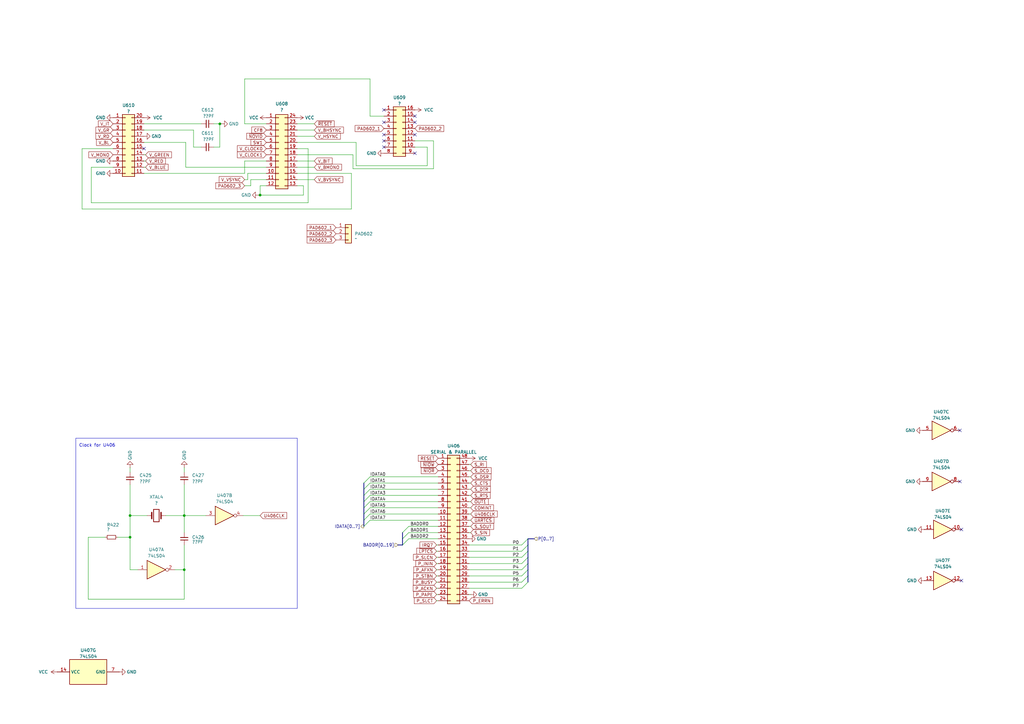
<source format=kicad_sch>
(kicad_sch (version 20231120) (generator "eeschema") (generator_version "8.0")
  (paper "A3")
  (lib_symbols
    (symbol "74xx:74LS04"
      (property "Reference" "U" (at 0 1.27 0))
      (property "Value" "74LS04" (at 0 -1.27 0))
      (symbol "74LS04_1_0"
        (polyline (pts (xy -3.81 3.81) (xy -3.81 -3.81) (xy 3.81 0) (xy -3.81 3.81)) (stroke (width 0.254)) (fill (type background)))
        (pin input line (at -7.62 0 0) (length 3.81) (name "~") (number "1"))
        (pin output inverted (at 7.62 0 180) (length 3.81) (name "~") (number "2"))
      )
      (symbol "74LS04_2_0"
        (polyline (pts (xy -3.81 3.81) (xy -3.81 -3.81) (xy 3.81 0) (xy -3.81 3.81)) (stroke (width 0.254)) (fill (type background)))
        (pin input line (at -7.62 0 0) (length 3.81) (name "~") (number "3"))
        (pin output inverted (at 7.62 0 180) (length 3.81) (name "~") (number "4"))
      )
      (symbol "74LS04_3_0"
        (polyline (pts (xy -3.81 3.81) (xy -3.81 -3.81) (xy 3.81 0) (xy -3.81 3.81)) (stroke (width 0.254)) (fill (type background)))
        (pin input line (at -7.62 0 0) (length 3.81) (name "~") (number "5"))
        (pin output inverted (at 7.62 0 180) (length 3.81) (name "~") (number "6"))
      )
      (symbol "74LS04_4_0"
        (polyline (pts (xy -3.81 3.81) (xy -3.81 -3.81) (xy 3.81 0) (xy -3.81 3.81)) (stroke (width 0.254)) (fill (type background)))
        (pin output inverted (at 7.62 0 180) (length 3.81) (name "~") (number "8"))
        (pin input line (at -7.62 0 0) (length 3.81) (name "~") (number "9"))
      )
      (symbol "74LS04_5_0"
        (polyline (pts (xy -3.81 3.81) (xy -3.81 -3.81) (xy 3.81 0) (xy -3.81 3.81)) (stroke (width 0.254)) (fill (type background)))
        (pin output inverted (at 7.62 0 180) (length 3.81) (name "~") (number "10"))
        (pin input line (at -7.62 0 0) (length 3.81) (name "~") (number "11"))
      )
      (symbol "74LS04_6_0"
        (polyline (pts (xy -3.81 3.81) (xy -3.81 -3.81) (xy 3.81 0) (xy -3.81 3.81)) (stroke (width 0.254)) (fill (type background)))
        (pin output inverted (at 7.62 0 180) (length 3.81) (name "~") (number "12"))
        (pin input line (at -7.62 0 0) (length 3.81) (name "~") (number "13"))
      )
      (symbol "74LS04_7_0"
        (pin power_in line (at 0 12.7 270) (length 5.08) (name "VCC") (number "14"))
        (pin power_in line (at 0 -12.7 90) (length 5.08) (name "GND") (number "7"))
      )
      (symbol "74LS04_7_1"
        (rectangle (start -5.08 7.62) (end 5.08 -7.62) (stroke (width 0.254)) (fill (type background)))
      )
    )
    (symbol "Connector_Generic:Conn_01x03" (pin_names (offset 1.016) hide)
      (property "Reference" "J" (at 0 5.08 0))
      (property "Value" "Conn_01x03" (at 0 -5.08 0))
      (symbol "Conn_01x03_1_1"
        (rectangle (start -1.27 -2.413) (end 0 -2.667) (stroke (width 0.1524)))
        (rectangle (start -1.27 0.127) (end 0 -0.127) (stroke (width 0.1524)))
        (rectangle (start -1.27 2.667) (end 0 2.413) (stroke (width 0.1524)))
        (rectangle (start -1.27 3.81) (end 1.27 -3.81) (stroke (width 0.254)) (fill (type background)))
        (pin passive line (at -5.08 2.54 0) (length 3.81) (name "Pin_1") (number "1"))
        (pin passive line (at -5.08 0 0) (length 3.81) (name "Pin_2") (number "2"))
        (pin passive line (at -5.08 -2.54 0) (length 3.81) (name "Pin_3") (number "3"))
      )
    )
    (symbol "Connector_Generic:Conn_02x08_Counter_Clockwise" (pin_names (offset 1.016) hide)
      (property "Reference" "J" (at 1.27 10.16 0))
      (property "Value" "Conn_02x08_Counter_Clockwise" (at 1.27 -12.7 0))
      (symbol "Conn_02x08_Counter_Clockwise_1_1"
        (rectangle (start -1.27 -10.033) (end 0 -10.287) (stroke (width 0.1524)))
        (rectangle (start -1.27 -7.493) (end 0 -7.747) (stroke (width 0.1524)))
        (rectangle (start -1.27 -4.953) (end 0 -5.207) (stroke (width 0.1524)))
        (rectangle (start -1.27 -2.413) (end 0 -2.667) (stroke (width 0.1524)))
        (rectangle (start -1.27 0.127) (end 0 -0.127) (stroke (width 0.1524)))
        (rectangle (start -1.27 2.667) (end 0 2.413) (stroke (width 0.1524)))
        (rectangle (start -1.27 5.207) (end 0 4.953) (stroke (width 0.1524)))
        (rectangle (start -1.27 7.747) (end 0 7.493) (stroke (width 0.1524)))
        (rectangle (start -1.27 8.89) (end 3.81 -11.43) (stroke (width 0.254)) (fill (type background)))
        (rectangle (start 3.81 -10.033) (end 2.54 -10.287) (stroke (width 0.1524)))
        (rectangle (start 3.81 -7.493) (end 2.54 -7.747) (stroke (width 0.1524)))
        (rectangle (start 3.81 -4.953) (end 2.54 -5.207) (stroke (width 0.1524)))
        (rectangle (start 3.81 -2.413) (end 2.54 -2.667) (stroke (width 0.1524)))
        (rectangle (start 3.81 0.127) (end 2.54 -0.127) (stroke (width 0.1524)))
        (rectangle (start 3.81 2.667) (end 2.54 2.413) (stroke (width 0.1524)))
        (rectangle (start 3.81 5.207) (end 2.54 4.953) (stroke (width 0.1524)))
        (rectangle (start 3.81 7.747) (end 2.54 7.493) (stroke (width 0.1524)))
        (pin passive line (at -5.08 7.62 0) (length 3.81) (name "Pin_1") (number "1"))
        (pin passive line (at 7.62 -7.62 180) (length 3.81) (name "Pin_10") (number "10"))
        (pin passive line (at 7.62 -5.08 180) (length 3.81) (name "Pin_11") (number "11"))
        (pin passive line (at 7.62 -2.54 180) (length 3.81) (name "Pin_12") (number "12"))
        (pin passive line (at 7.62 0 180) (length 3.81) (name "Pin_13") (number "13"))
        (pin passive line (at 7.62 2.54 180) (length 3.81) (name "Pin_14") (number "14"))
        (pin passive line (at 7.62 5.08 180) (length 3.81) (name "Pin_15") (number "15"))
        (pin passive line (at 7.62 7.62 180) (length 3.81) (name "Pin_16") (number "16"))
        (pin passive line (at -5.08 5.08 0) (length 3.81) (name "Pin_2") (number "2"))
        (pin passive line (at -5.08 2.54 0) (length 3.81) (name "Pin_3") (number "3"))
        (pin passive line (at -5.08 0 0) (length 3.81) (name "Pin_4") (number "4"))
        (pin passive line (at -5.08 -2.54 0) (length 3.81) (name "Pin_5") (number "5"))
        (pin passive line (at -5.08 -5.08 0) (length 3.81) (name "Pin_6") (number "6"))
        (pin passive line (at -5.08 -7.62 0) (length 3.81) (name "Pin_7") (number "7"))
        (pin passive line (at -5.08 -10.16 0) (length 3.81) (name "Pin_8") (number "8"))
        (pin passive line (at 7.62 -10.16 180) (length 3.81) (name "Pin_9") (number "9"))
      )
    )
    (symbol "Connector_Generic:Conn_02x10_Counter_Clockwise" (pin_names (offset 1.016) hide)
      (property "Reference" "J" (at 1.27 12.7 0))
      (property "Value" "Conn_02x10_Counter_Clockwise" (at 1.27 -15.24 0))
      (symbol "Conn_02x10_Counter_Clockwise_1_1"
        (rectangle (start -1.27 -12.573) (end 0 -12.827) (stroke (width 0.1524)))
        (rectangle (start -1.27 -10.033) (end 0 -10.287) (stroke (width 0.1524)))
        (rectangle (start -1.27 -7.493) (end 0 -7.747) (stroke (width 0.1524)))
        (rectangle (start -1.27 -4.953) (end 0 -5.207) (stroke (width 0.1524)))
        (rectangle (start -1.27 -2.413) (end 0 -2.667) (stroke (width 0.1524)))
        (rectangle (start -1.27 0.127) (end 0 -0.127) (stroke (width 0.1524)))
        (rectangle (start -1.27 2.667) (end 0 2.413) (stroke (width 0.1524)))
        (rectangle (start -1.27 5.207) (end 0 4.953) (stroke (width 0.1524)))
        (rectangle (start -1.27 7.747) (end 0 7.493) (stroke (width 0.1524)))
        (rectangle (start -1.27 10.287) (end 0 10.033) (stroke (width 0.1524)))
        (rectangle (start -1.27 11.43) (end 3.81 -13.97) (stroke (width 0.254)) (fill (type background)))
        (rectangle (start 3.81 -12.573) (end 2.54 -12.827) (stroke (width 0.1524)))
        (rectangle (start 3.81 -10.033) (end 2.54 -10.287) (stroke (width 0.1524)))
        (rectangle (start 3.81 -7.493) (end 2.54 -7.747) (stroke (width 0.1524)))
        (rectangle (start 3.81 -4.953) (end 2.54 -5.207) (stroke (width 0.1524)))
        (rectangle (start 3.81 -2.413) (end 2.54 -2.667) (stroke (width 0.1524)))
        (rectangle (start 3.81 0.127) (end 2.54 -0.127) (stroke (width 0.1524)))
        (rectangle (start 3.81 2.667) (end 2.54 2.413) (stroke (width 0.1524)))
        (rectangle (start 3.81 5.207) (end 2.54 4.953) (stroke (width 0.1524)))
        (rectangle (start 3.81 7.747) (end 2.54 7.493) (stroke (width 0.1524)))
        (rectangle (start 3.81 10.287) (end 2.54 10.033) (stroke (width 0.1524)))
        (pin passive line (at -5.08 10.16 0) (length 3.81) (name "Pin_1") (number "1"))
        (pin passive line (at -5.08 -12.7 0) (length 3.81) (name "Pin_10") (number "10"))
        (pin passive line (at 7.62 -12.7 180) (length 3.81) (name "Pin_11") (number "11"))
        (pin passive line (at 7.62 -10.16 180) (length 3.81) (name "Pin_12") (number "12"))
        (pin passive line (at 7.62 -7.62 180) (length 3.81) (name "Pin_13") (number "13"))
        (pin passive line (at 7.62 -5.08 180) (length 3.81) (name "Pin_14") (number "14"))
        (pin passive line (at 7.62 -2.54 180) (length 3.81) (name "Pin_15") (number "15"))
        (pin passive line (at 7.62 0 180) (length 3.81) (name "Pin_16") (number "16"))
        (pin passive line (at 7.62 2.54 180) (length 3.81) (name "Pin_17") (number "17"))
        (pin passive line (at 7.62 5.08 180) (length 3.81) (name "Pin_18") (number "18"))
        (pin passive line (at 7.62 7.62 180) (length 3.81) (name "Pin_19") (number "19"))
        (pin passive line (at -5.08 7.62 0) (length 3.81) (name "Pin_2") (number "2"))
        (pin passive line (at 7.62 10.16 180) (length 3.81) (name "Pin_20") (number "20"))
        (pin passive line (at -5.08 5.08 0) (length 3.81) (name "Pin_3") (number "3"))
        (pin passive line (at -5.08 2.54 0) (length 3.81) (name "Pin_4") (number "4"))
        (pin passive line (at -5.08 0 0) (length 3.81) (name "Pin_5") (number "5"))
        (pin passive line (at -5.08 -2.54 0) (length 3.81) (name "Pin_6") (number "6"))
        (pin passive line (at -5.08 -5.08 0) (length 3.81) (name "Pin_7") (number "7"))
        (pin passive line (at -5.08 -7.62 0) (length 3.81) (name "Pin_8") (number "8"))
        (pin passive line (at -5.08 -10.16 0) (length 3.81) (name "Pin_9") (number "9"))
      )
    )
    (symbol "Connector_Generic:Conn_02x12_Counter_Clockwise" (pin_names (offset 1.016) hide)
      (property "Reference" "J" (at 1.27 15.24 0))
      (property "Value" "Conn_02x12_Counter_Clockwise" (at 1.27 -17.78 0))
      (symbol "Conn_02x12_Counter_Clockwise_1_1"
        (rectangle (start -1.27 -15.113) (end 0 -15.367) (stroke (width 0.1524)))
        (rectangle (start -1.27 -12.573) (end 0 -12.827) (stroke (width 0.1524)))
        (rectangle (start -1.27 -10.033) (end 0 -10.287) (stroke (width 0.1524)))
        (rectangle (start -1.27 -7.493) (end 0 -7.747) (stroke (width 0.1524)))
        (rectangle (start -1.27 -4.953) (end 0 -5.207) (stroke (width 0.1524)))
        (rectangle (start -1.27 -2.413) (end 0 -2.667) (stroke (width 0.1524)))
        (rectangle (start -1.27 0.127) (end 0 -0.127) (stroke (width 0.1524)))
        (rectangle (start -1.27 2.667) (end 0 2.413) (stroke (width 0.1524)))
        (rectangle (start -1.27 5.207) (end 0 4.953) (stroke (width 0.1524)))
        (rectangle (start -1.27 7.747) (end 0 7.493) (stroke (width 0.1524)))
        (rectangle (start -1.27 10.287) (end 0 10.033) (stroke (width 0.1524)))
        (rectangle (start -1.27 12.827) (end 0 12.573) (stroke (width 0.1524)))
        (rectangle (start -1.27 13.97) (end 3.81 -16.51) (stroke (width 0.254)) (fill (type background)))
        (rectangle (start 3.81 -15.113) (end 2.54 -15.367) (stroke (width 0.1524)))
        (rectangle (start 3.81 -12.573) (end 2.54 -12.827) (stroke (width 0.1524)))
        (rectangle (start 3.81 -10.033) (end 2.54 -10.287) (stroke (width 0.1524)))
        (rectangle (start 3.81 -7.493) (end 2.54 -7.747) (stroke (width 0.1524)))
        (rectangle (start 3.81 -4.953) (end 2.54 -5.207) (stroke (width 0.1524)))
        (rectangle (start 3.81 -2.413) (end 2.54 -2.667) (stroke (width 0.1524)))
        (rectangle (start 3.81 0.127) (end 2.54 -0.127) (stroke (width 0.1524)))
        (rectangle (start 3.81 2.667) (end 2.54 2.413) (stroke (width 0.1524)))
        (rectangle (start 3.81 5.207) (end 2.54 4.953) (stroke (width 0.1524)))
        (rectangle (start 3.81 7.747) (end 2.54 7.493) (stroke (width 0.1524)))
        (rectangle (start 3.81 10.287) (end 2.54 10.033) (stroke (width 0.1524)))
        (rectangle (start 3.81 12.827) (end 2.54 12.573) (stroke (width 0.1524)))
        (pin passive line (at -5.08 12.7 0) (length 3.81) (name "Pin_1") (number "1"))
        (pin passive line (at -5.08 -10.16 0) (length 3.81) (name "Pin_10") (number "10"))
        (pin passive line (at -5.08 -12.7 0) (length 3.81) (name "Pin_11") (number "11"))
        (pin passive line (at -5.08 -15.24 0) (length 3.81) (name "Pin_12") (number "12"))
        (pin passive line (at 7.62 -15.24 180) (length 3.81) (name "Pin_13") (number "13"))
        (pin passive line (at 7.62 -12.7 180) (length 3.81) (name "Pin_14") (number "14"))
        (pin passive line (at 7.62 -10.16 180) (length 3.81) (name "Pin_15") (number "15"))
        (pin passive line (at 7.62 -7.62 180) (length 3.81) (name "Pin_16") (number "16"))
        (pin passive line (at 7.62 -5.08 180) (length 3.81) (name "Pin_17") (number "17"))
        (pin passive line (at 7.62 -2.54 180) (length 3.81) (name "Pin_18") (number "18"))
        (pin passive line (at 7.62 0 180) (length 3.81) (name "Pin_19") (number "19"))
        (pin passive line (at -5.08 10.16 0) (length 3.81) (name "Pin_2") (number "2"))
        (pin passive line (at 7.62 2.54 180) (length 3.81) (name "Pin_20") (number "20"))
        (pin passive line (at 7.62 5.08 180) (length 3.81) (name "Pin_21") (number "21"))
        (pin passive line (at 7.62 7.62 180) (length 3.81) (name "Pin_22") (number "22"))
        (pin passive line (at 7.62 10.16 180) (length 3.81) (name "Pin_23") (number "23"))
        (pin passive line (at 7.62 12.7 180) (length 3.81) (name "Pin_24") (number "24"))
        (pin passive line (at -5.08 7.62 0) (length 3.81) (name "Pin_3") (number "3"))
        (pin passive line (at -5.08 5.08 0) (length 3.81) (name "Pin_4") (number "4"))
        (pin passive line (at -5.08 2.54 0) (length 3.81) (name "Pin_5") (number "5"))
        (pin passive line (at -5.08 0 0) (length 3.81) (name "Pin_6") (number "6"))
        (pin passive line (at -5.08 -2.54 0) (length 3.81) (name "Pin_7") (number "7"))
        (pin passive line (at -5.08 -5.08 0) (length 3.81) (name "Pin_8") (number "8"))
        (pin passive line (at -5.08 -7.62 0) (length 3.81) (name "Pin_9") (number "9"))
      )
    )
    (symbol "Connector_Generic:Conn_02x24_Counter_Clockwise" (pin_names (offset 1.016) hide)
      (property "Reference" "J" (at 1.27 30.48 0))
      (property "Value" "Conn_02x24_Counter_Clockwise" (at 1.27 -33.02 0))
      (symbol "Conn_02x24_Counter_Clockwise_1_1"
        (rectangle (start -1.27 -30.353) (end 0 -30.607) (stroke (width 0.1524)))
        (rectangle (start -1.27 -27.813) (end 0 -28.067) (stroke (width 0.1524)))
        (rectangle (start -1.27 -25.273) (end 0 -25.527) (stroke (width 0.1524)))
        (rectangle (start -1.27 -22.733) (end 0 -22.987) (stroke (width 0.1524)))
        (rectangle (start -1.27 -20.193) (end 0 -20.447) (stroke (width 0.1524)))
        (rectangle (start -1.27 -17.653) (end 0 -17.907) (stroke (width 0.1524)))
        (rectangle (start -1.27 -15.113) (end 0 -15.367) (stroke (width 0.1524)))
        (rectangle (start -1.27 -12.573) (end 0 -12.827) (stroke (width 0.1524)))
        (rectangle (start -1.27 -10.033) (end 0 -10.287) (stroke (width 0.1524)))
        (rectangle (start -1.27 -7.493) (end 0 -7.747) (stroke (width 0.1524)))
        (rectangle (start -1.27 -4.953) (end 0 -5.207) (stroke (width 0.1524)))
        (rectangle (start -1.27 -2.413) (end 0 -2.667) (stroke (width 0.1524)))
        (rectangle (start -1.27 0.127) (end 0 -0.127) (stroke (width 0.1524)))
        (rectangle (start -1.27 2.667) (end 0 2.413) (stroke (width 0.1524)))
        (rectangle (start -1.27 5.207) (end 0 4.953) (stroke (width 0.1524)))
        (rectangle (start -1.27 7.747) (end 0 7.493) (stroke (width 0.1524)))
        (rectangle (start -1.27 10.287) (end 0 10.033) (stroke (width 0.1524)))
        (rectangle (start -1.27 12.827) (end 0 12.573) (stroke (width 0.1524)))
        (rectangle (start -1.27 15.367) (end 0 15.113) (stroke (width 0.1524)))
        (rectangle (start -1.27 17.907) (end 0 17.653) (stroke (width 0.1524)))
        (rectangle (start -1.27 20.447) (end 0 20.193) (stroke (width 0.1524)))
        (rectangle (start -1.27 22.987) (end 0 22.733) (stroke (width 0.1524)))
        (rectangle (start -1.27 25.527) (end 0 25.273) (stroke (width 0.1524)))
        (rectangle (start -1.27 28.067) (end 0 27.813) (stroke (width 0.1524)))
        (rectangle (start -1.27 29.21) (end 3.81 -31.75) (stroke (width 0.254)) (fill (type background)))
        (rectangle (start 3.81 -30.353) (end 2.54 -30.607) (stroke (width 0.1524)))
        (rectangle (start 3.81 -27.813) (end 2.54 -28.067) (stroke (width 0.1524)))
        (rectangle (start 3.81 -25.273) (end 2.54 -25.527) (stroke (width 0.1524)))
        (rectangle (start 3.81 -22.733) (end 2.54 -22.987) (stroke (width 0.1524)))
        (rectangle (start 3.81 -20.193) (end 2.54 -20.447) (stroke (width 0.1524)))
        (rectangle (start 3.81 -17.653) (end 2.54 -17.907) (stroke (width 0.1524)))
        (rectangle (start 3.81 -15.113) (end 2.54 -15.367) (stroke (width 0.1524)))
        (rectangle (start 3.81 -12.573) (end 2.54 -12.827) (stroke (width 0.1524)))
        (rectangle (start 3.81 -10.033) (end 2.54 -10.287) (stroke (width 0.1524)))
        (rectangle (start 3.81 -7.493) (end 2.54 -7.747) (stroke (width 0.1524)))
        (rectangle (start 3.81 -4.953) (end 2.54 -5.207) (stroke (width 0.1524)))
        (rectangle (start 3.81 -2.413) (end 2.54 -2.667) (stroke (width 0.1524)))
        (rectangle (start 3.81 0.127) (end 2.54 -0.127) (stroke (width 0.1524)))
        (rectangle (start 3.81 2.667) (end 2.54 2.413) (stroke (width 0.1524)))
        (rectangle (start 3.81 5.207) (end 2.54 4.953) (stroke (width 0.1524)))
        (rectangle (start 3.81 7.747) (end 2.54 7.493) (stroke (width 0.1524)))
        (rectangle (start 3.81 10.287) (end 2.54 10.033) (stroke (width 0.1524)))
        (rectangle (start 3.81 12.827) (end 2.54 12.573) (stroke (width 0.1524)))
        (rectangle (start 3.81 15.367) (end 2.54 15.113) (stroke (width 0.1524)))
        (rectangle (start 3.81 17.907) (end 2.54 17.653) (stroke (width 0.1524)))
        (rectangle (start 3.81 20.447) (end 2.54 20.193) (stroke (width 0.1524)))
        (rectangle (start 3.81 22.987) (end 2.54 22.733) (stroke (width 0.1524)))
        (rectangle (start 3.81 25.527) (end 2.54 25.273) (stroke (width 0.1524)))
        (rectangle (start 3.81 28.067) (end 2.54 27.813) (stroke (width 0.1524)))
        (pin passive line (at -5.08 27.94 0) (length 3.81) (name "Pin_1") (number "1"))
        (pin passive line (at -5.08 5.08 0) (length 3.81) (name "Pin_10") (number "10"))
        (pin passive line (at -5.08 2.54 0) (length 3.81) (name "Pin_11") (number "11"))
        (pin passive line (at -5.08 0 0) (length 3.81) (name "Pin_12") (number "12"))
        (pin passive line (at -5.08 -2.54 0) (length 3.81) (name "Pin_13") (number "13"))
        (pin passive line (at -5.08 -5.08 0) (length 3.81) (name "Pin_14") (number "14"))
        (pin passive line (at -5.08 -7.62 0) (length 3.81) (name "Pin_15") (number "15"))
        (pin passive line (at -5.08 -10.16 0) (length 3.81) (name "Pin_16") (number "16"))
        (pin passive line (at -5.08 -12.7 0) (length 3.81) (name "Pin_17") (number "17"))
        (pin passive line (at -5.08 -15.24 0) (length 3.81) (name "Pin_18") (number "18"))
        (pin passive line (at -5.08 -17.78 0) (length 3.81) (name "Pin_19") (number "19"))
        (pin passive line (at -5.08 25.4 0) (length 3.81) (name "Pin_2") (number "2"))
        (pin passive line (at -5.08 -20.32 0) (length 3.81) (name "Pin_20") (number "20"))
        (pin passive line (at -5.08 -22.86 0) (length 3.81) (name "Pin_21") (number "21"))
        (pin passive line (at -5.08 -25.4 0) (length 3.81) (name "Pin_22") (number "22"))
        (pin passive line (at -5.08 -27.94 0) (length 3.81) (name "Pin_23") (number "23"))
        (pin passive line (at -5.08 -30.48 0) (length 3.81) (name "Pin_24") (number "24"))
        (pin passive line (at 7.62 -30.48 180) (length 3.81) (name "Pin_25") (number "25"))
        (pin passive line (at 7.62 -27.94 180) (length 3.81) (name "Pin_26") (number "26"))
        (pin passive line (at 7.62 -25.4 180) (length 3.81) (name "Pin_27") (number "27"))
        (pin passive line (at 7.62 -22.86 180) (length 3.81) (name "Pin_28") (number "28"))
        (pin passive line (at 7.62 -20.32 180) (length 3.81) (name "Pin_29") (number "29"))
        (pin passive line (at -5.08 22.86 0) (length 3.81) (name "Pin_3") (number "3"))
        (pin passive line (at 7.62 -17.78 180) (length 3.81) (name "Pin_30") (number "30"))
        (pin passive line (at 7.62 -15.24 180) (length 3.81) (name "Pin_31") (number "31"))
        (pin passive line (at 7.62 -12.7 180) (length 3.81) (name "Pin_32") (number "32"))
        (pin passive line (at 7.62 -10.16 180) (length 3.81) (name "Pin_33") (number "33"))
        (pin passive line (at 7.62 -7.62 180) (length 3.81) (name "Pin_34") (number "34"))
        (pin passive line (at 7.62 -5.08 180) (length 3.81) (name "Pin_35") (number "35"))
        (pin passive line (at 7.62 -2.54 180) (length 3.81) (name "Pin_36") (number "36"))
        (pin passive line (at 7.62 0 180) (length 3.81) (name "Pin_37") (number "37"))
        (pin passive line (at 7.62 2.54 180) (length 3.81) (name "Pin_38") (number "38"))
        (pin passive line (at 7.62 5.08 180) (length 3.81) (name "Pin_39") (number "39"))
        (pin passive line (at -5.08 20.32 0) (length 3.81) (name "Pin_4") (number "4"))
        (pin passive line (at 7.62 7.62 180) (length 3.81) (name "Pin_40") (number "40"))
        (pin passive line (at 7.62 10.16 180) (length 3.81) (name "Pin_41") (number "41"))
        (pin passive line (at 7.62 12.7 180) (length 3.81) (name "Pin_42") (number "42"))
        (pin passive line (at 7.62 15.24 180) (length 3.81) (name "Pin_43") (number "43"))
        (pin passive line (at 7.62 17.78 180) (length 3.81) (name "Pin_44") (number "44"))
        (pin passive line (at 7.62 20.32 180) (length 3.81) (name "Pin_45") (number "45"))
        (pin passive line (at 7.62 22.86 180) (length 3.81) (name "Pin_46") (number "46"))
        (pin passive line (at 7.62 25.4 180) (length 3.81) (name "Pin_47") (number "47"))
        (pin passive line (at 7.62 27.94 180) (length 3.81) (name "Pin_48") (number "48"))
        (pin passive line (at -5.08 17.78 0) (length 3.81) (name "Pin_5") (number "5"))
        (pin passive line (at -5.08 15.24 0) (length 3.81) (name "Pin_6") (number "6"))
        (pin passive line (at -5.08 12.7 0) (length 3.81) (name "Pin_7") (number "7"))
        (pin passive line (at -5.08 10.16 0) (length 3.81) (name "Pin_8") (number "8"))
        (pin passive line (at -5.08 7.62 0) (length 3.81) (name "Pin_9") (number "9"))
      )
    )
    (symbol "Device:C_Small" (pin_numbers hide) (pin_names (offset 0.254) hide)
      (property "Reference" "C" (at 0.254 1.778 0))
      (property "Value" "C_Small" (at 0.254 -2.032 0))
      (symbol "C_Small_0_1"
        (polyline (pts (xy -1.524 -0.508) (xy 1.524 -0.508)) (stroke (width 0.3302)))
        (polyline (pts (xy -1.524 0.508) (xy 1.524 0.508)) (stroke (width 0.3048)))
      )
      (symbol "C_Small_1_1"
        (pin passive line (at 0 2.54 270) (length 2.032) (name "~") (number "1"))
        (pin passive line (at 0 -2.54 90) (length 2.032) (name "~") (number "2"))
      )
    )
    (symbol "Device:Crystal" (pin_numbers hide) (pin_names (offset 1.016) hide)
      (property "Reference" "Y" (at 0 3.81 0))
      (property "Value" "Crystal" (at 0 -3.81 0))
      (symbol "Crystal_0_1"
        (rectangle (start -1.143 2.54) (end 1.143 -2.54) (stroke (width 0.3048)))
        (polyline (pts (xy -2.54 0) (xy -1.905 0)))
        (polyline (pts (xy -1.905 -1.27) (xy -1.905 1.27)) (stroke (width 0.508)))
        (polyline (pts (xy 1.905 -1.27) (xy 1.905 1.27)) (stroke (width 0.508)))
        (polyline (pts (xy 2.54 0) (xy 1.905 0)))
      )
      (symbol "Crystal_1_1"
        (pin passive line (at -3.81 0 0) (length 1.27) (name "1") (number "1"))
        (pin passive line (at 3.81 0 180) (length 1.27) (name "2") (number "2"))
      )
    )
    (symbol "Device:R_Small" (pin_numbers hide) (pin_names (offset 0.254) hide)
      (property "Reference" "R" (at 0.762 0.508 0))
      (property "Value" "R_Small" (at 0.762 -1.016 0))
      (symbol "R_Small_0_1"
        (rectangle (start -0.762 1.778) (end 0.762 -1.778) (stroke (width 0.2032)))
      )
      (symbol "R_Small_1_1"
        (pin passive line (at 0 2.54 270) (length 0.762) (name "~") (number "1"))
        (pin passive line (at 0 -2.54 90) (length 0.762) (name "~") (number "2"))
      )
    )
    (symbol "power:GND" (power) (pin_numbers hide) (pin_names (offset 0) hide)
      (property "Value" "GND" (at 0 -3.81 0))
      (symbol "GND_0_1"
        (polyline (pts (xy 0 0) (xy 0 -1.27) (xy 1.27 -1.27) (xy 0 -2.54) (xy -1.27 -1.27) (xy 0 -1.27)))
      )
      (symbol "GND_1_1"
        (pin power_in line (at 0 0 270) (length 0) (name "~") (number "1"))
      )
    )
    (symbol "power:VCC" (power) (pin_numbers hide) (pin_names (offset 0) hide)
      (property "Value" "VCC" (at 0 3.556 0))
      (symbol "VCC_0_1"
        (polyline (pts (xy -0.762 1.27) (xy 0 2.54)))
        (polyline (pts (xy 0 0) (xy 0 2.54)))
        (polyline (pts (xy 0 2.54) (xy 0.762 1.27)))
      )
      (symbol "VCC_1_1"
        (pin power_in line (at 0 0 90) (length 0) (name "~") (number "1"))
      )
    )
  )
  (junction (at 53.34 211.455))
  (junction (at 90.17 50.8))
  (junction (at 53.34 220.345))
  (junction (at 106.68 80.01))
  (junction (at 75.565 233.68))
  (junction (at 75.565 211.455))
  (no_connect (at 59.055 60.96))
  (no_connect (at 157.48 55.245))
  (no_connect (at 394.335 217.17))
  (no_connect (at 157.48 45.085))
  (no_connect (at 157.48 60.325))
  (no_connect (at 170.18 47.625))
  (no_connect (at 394.335 238.125))
  (no_connect (at 170.18 55.245))
  (no_connect (at 157.48 50.165))
  (no_connect (at 170.18 50.165))
  (no_connect (at 393.7 176.53))
  (no_connect (at 170.18 62.865))
  (no_connect (at 393.7 197.485))
  (no_connect (at 157.48 57.785))
  (bus_entry (at 213.995 233.68) (size 2.54 -2.54))
  (bus_entry (at 213.995 231.14) (size 2.54 -2.54))
  (bus_entry (at 151.765 198.12) (size -2.54 2.54))
  (bus_entry (at 213.995 236.22) (size 2.54 -2.54))
  (bus_entry (at 151.765 210.82) (size -2.54 2.54))
  (bus_entry (at 213.995 223.52) (size 2.54 -2.54))
  (bus_entry (at 213.995 241.3) (size 2.54 -2.54))
  (bus_entry (at 151.765 213.36) (size -2.54 2.54))
  (bus_entry (at 165.1 220.98) (size 2.54 -2.54))
  (bus_entry (at 165.1 218.44) (size 2.54 -2.54))
  (bus_entry (at 213.995 226.06) (size 2.54 -2.54))
  (bus_entry (at 213.995 238.76) (size 2.54 -2.54))
  (bus_entry (at 165.1 223.52) (size 2.54 -2.54))
  (bus_entry (at 151.765 203.2) (size -2.54 2.54))
  (bus_entry (at 151.765 200.66) (size -2.54 2.54))
  (bus_entry (at 151.765 208.28) (size -2.54 2.54))
  (bus_entry (at 151.765 195.58) (size -2.54 2.54))
  (bus_entry (at 151.765 205.74) (size -2.54 2.54))
  (bus_entry (at 213.995 228.6) (size 2.54 -2.54))
  (wire (pts (xy 56.515 233.68) (xy 53.34 233.68)))
  (bus (pts (xy 216.535 223.52) (xy 216.535 226.06)))
  (bus (pts (xy 216.535 231.14) (xy 216.535 233.68)))
  (wire (pts (xy 75.565 233.68) (xy 75.565 223.52)))
  (bus (pts (xy 149.225 213.36) (xy 149.225 215.9)))
  (wire (pts (xy 179.07 226.06) (xy 179.705 226.06)))
  (wire (pts (xy 106.68 80.01) (xy 106.045 80.01)))
  (wire (pts (xy 79.375 53.34) (xy 79.375 60.325)))
  (wire (pts (xy 167.64 220.98) (xy 179.705 220.98)))
  (bus (pts (xy 149.225 198.12) (xy 149.225 200.66)))
  (wire (pts (xy 192.405 233.68) (xy 213.995 233.68)))
  (wire (pts (xy 179.705 213.36) (xy 151.765 213.36)))
  (wire (pts (xy 43.18 220.345) (xy 36.195 220.345)))
  (wire (pts (xy 75.565 218.44) (xy 75.565 211.455)))
  (wire (pts (xy 53.34 220.345) (xy 53.34 211.455)))
  (wire (pts (xy 33.655 60.96) (xy 46.355 60.96)))
  (wire (pts (xy 121.92 71.12) (xy 144.145 71.12)))
  (wire (pts (xy 175.26 60.325) (xy 170.18 60.325)))
  (wire (pts (xy 179.705 200.66) (xy 151.765 200.66)))
  (wire (pts (xy 179.07 231.14) (xy 179.705 231.14)))
  (wire (pts (xy 193.04 243.84) (xy 192.405 243.84)))
  (wire (pts (xy 192.405 241.3) (xy 213.995 241.3)))
  (wire (pts (xy 59.055 50.8) (xy 82.55 50.8)))
  (wire (pts (xy 144.145 85.725) (xy 33.655 85.725)))
  (wire (pts (xy 33.655 85.725) (xy 33.655 60.96)))
  (wire (pts (xy 75.565 211.455) (xy 84.455 211.455)))
  (wire (pts (xy 192.405 238.76) (xy 213.995 238.76)))
  (wire (pts (xy 193.04 208.28) (xy 192.405 208.28)))
  (wire (pts (xy 193.04 190.5) (xy 192.405 190.5)))
  (bus (pts (xy 149.225 200.66) (xy 149.225 203.2)))
  (wire (pts (xy 100.33 73.66) (xy 101.6 73.66)))
  (wire (pts (xy 37.465 68.58) (xy 37.465 83.185)))
  (wire (pts (xy 100.33 66.04) (xy 109.22 66.04)))
  (wire (pts (xy 144.78 63.5) (xy 121.92 63.5)))
  (wire (pts (xy 179.07 241.3) (xy 179.705 241.3)))
  (bus (pts (xy 149.225 205.74) (xy 149.225 208.28)))
  (wire (pts (xy 90.805 50.8) (xy 90.17 50.8)))
  (wire (pts (xy 59.055 71.12) (xy 100.33 71.12)))
  (wire (pts (xy 75.565 211.455) (xy 75.565 198.755)))
  (wire (pts (xy 100.33 50.8) (xy 109.22 50.8)))
  (wire (pts (xy 167.64 218.44) (xy 179.705 218.44)))
  (wire (pts (xy 192.405 236.22) (xy 213.995 236.22)))
  (bus (pts (xy 165.1 220.98) (xy 165.1 218.44)))
  (wire (pts (xy 121.92 50.8) (xy 128.905 50.8)))
  (wire (pts (xy 59.69 68.58) (xy 59.055 68.58)))
  (wire (pts (xy 179.07 238.76) (xy 179.705 238.76)))
  (wire (pts (xy 177.8 69.215) (xy 144.78 69.215)))
  (wire (pts (xy 179.07 243.84) (xy 179.705 243.84)))
  (wire (pts (xy 179.07 233.68) (xy 179.705 233.68)))
  (wire (pts (xy 179.705 198.12) (xy 151.765 198.12)))
  (wire (pts (xy 192.405 218.44) (xy 193.04 218.44)))
  (wire (pts (xy 67.945 211.455) (xy 75.565 211.455)))
  (wire (pts (xy 121.92 58.42) (xy 146.05 58.42)))
  (wire (pts (xy 126.365 83.185) (xy 126.365 60.96)))
  (wire (pts (xy 193.04 195.58) (xy 192.405 195.58)))
  (wire (pts (xy 179.705 195.58) (xy 151.765 195.58)))
  (wire (pts (xy 179.07 246.38) (xy 179.705 246.38)))
  (wire (pts (xy 102.87 76.2) (xy 102.87 73.66)))
  (wire (pts (xy 59.69 63.5) (xy 59.055 63.5)))
  (wire (pts (xy 59.69 66.04) (xy 59.055 66.04)))
  (wire (pts (xy 193.04 210.82) (xy 192.405 210.82)))
  (wire (pts (xy 151.765 32.385) (xy 100.33 32.385)))
  (bus (pts (xy 216.535 220.98) (xy 216.535 223.52)))
  (wire (pts (xy 36.195 220.345) (xy 36.195 245.745)))
  (wire (pts (xy 53.34 198.755) (xy 53.34 211.455)))
  (wire (pts (xy 192.405 231.14) (xy 213.995 231.14)))
  (wire (pts (xy 71.755 233.68) (xy 75.565 233.68)))
  (wire (pts (xy 121.92 76.2) (xy 124.46 76.2)))
  (wire (pts (xy 146.05 67.945) (xy 175.26 67.945)))
  (wire (pts (xy 193.04 200.66) (xy 192.405 200.66)))
  (wire (pts (xy 46.355 68.58) (xy 37.465 68.58)))
  (wire (pts (xy 179.705 203.2) (xy 151.765 203.2)))
  (wire (pts (xy 53.34 233.68) (xy 53.34 220.345)))
  (wire (pts (xy 106.68 80.01) (xy 124.46 80.01)))
  (wire (pts (xy 106.68 211.455) (xy 99.695 211.455)))
  (wire (pts (xy 179.705 208.28) (xy 151.765 208.28)))
  (bus (pts (xy 163.195 223.52) (xy 165.1 223.52)))
  (wire (pts (xy 76.2 68.58) (xy 109.22 68.58)))
  (wire (pts (xy 124.46 76.2) (xy 124.46 80.01)))
  (wire (pts (xy 48.26 220.345) (xy 53.34 220.345)))
  (bus (pts (xy 165.1 223.52) (xy 165.1 220.98)))
  (wire (pts (xy 106.68 76.2) (xy 106.68 80.01)))
  (wire (pts (xy 36.195 245.745) (xy 75.565 245.745)))
  (bus (pts (xy 216.535 236.22) (xy 216.535 238.76)))
  (wire (pts (xy 121.92 68.58) (xy 128.905 68.58)))
  (wire (pts (xy 102.87 73.66) (xy 109.22 73.66)))
  (wire (pts (xy 170.18 57.785) (xy 177.8 57.785)))
  (wire (pts (xy 79.375 60.325) (xy 82.55 60.325)))
  (wire (pts (xy 90.17 50.8) (xy 87.63 50.8)))
  (wire (pts (xy 101.6 73.66) (xy 101.6 71.12)))
  (wire (pts (xy 193.04 213.36) (xy 192.405 213.36)))
  (wire (pts (xy 192.405 226.06) (xy 213.995 226.06)))
  (bus (pts (xy 149.225 210.82) (xy 149.225 213.36)))
  (wire (pts (xy 193.04 205.74) (xy 192.405 205.74)))
  (wire (pts (xy 193.04 203.2) (xy 192.405 203.2)))
  (wire (pts (xy 121.92 53.34) (xy 128.905 53.34)))
  (wire (pts (xy 90.17 60.325) (xy 90.17 50.8)))
  (wire (pts (xy 106.68 76.2) (xy 109.22 76.2)))
  (wire (pts (xy 179.705 210.82) (xy 151.765 210.82)))
  (wire (pts (xy 121.92 73.66) (xy 128.905 73.66)))
  (wire (pts (xy 192.405 223.52) (xy 213.995 223.52)))
  (wire (pts (xy 121.92 66.04) (xy 128.905 66.04)))
  (wire (pts (xy 121.92 60.96) (xy 126.365 60.96)))
  (bus (pts (xy 149.225 208.28) (xy 149.225 210.82)))
  (wire (pts (xy 144.78 69.215) (xy 144.78 63.5)))
  (wire (pts (xy 175.26 67.945) (xy 175.26 60.325)))
  (wire (pts (xy 100.33 32.385) (xy 100.33 50.8)))
  (wire (pts (xy 144.145 71.12) (xy 144.145 85.725)))
  (wire (pts (xy 146.05 58.42) (xy 146.05 67.945)))
  (bus (pts (xy 149.225 203.2) (xy 149.225 205.74)))
  (wire (pts (xy 53.34 211.455) (xy 60.325 211.455)))
  (wire (pts (xy 76.2 58.42) (xy 76.2 68.58)))
  (wire (pts (xy 128.905 55.88) (xy 121.92 55.88)))
  (wire (pts (xy 53.34 191.77) (xy 53.34 193.675)))
  (wire (pts (xy 100.33 76.2) (xy 102.87 76.2)))
  (bus (pts (xy 216.535 226.06) (xy 216.535 228.6)))
  (wire (pts (xy 179.705 205.74) (xy 151.765 205.74)))
  (wire (pts (xy 193.04 198.12) (xy 192.405 198.12)))
  (wire (pts (xy 75.565 191.77) (xy 75.565 193.675)))
  (wire (pts (xy 193.04 193.04) (xy 192.405 193.04)))
  (wire (pts (xy 87.63 60.325) (xy 90.17 60.325)))
  (wire (pts (xy 177.8 57.785) (xy 177.8 69.215)))
  (wire (pts (xy 151.765 32.385) (xy 151.765 47.625)))
  (wire (pts (xy 167.64 215.9) (xy 179.705 215.9)))
  (wire (pts (xy 179.07 228.6) (xy 179.705 228.6)))
  (bus (pts (xy 216.535 220.98) (xy 219.075 220.98)))
  (wire (pts (xy 37.465 83.185) (xy 126.365 83.185)))
  (bus (pts (xy 216.535 233.68) (xy 216.535 236.22)))
  (wire (pts (xy 151.765 47.625) (xy 157.48 47.625)))
  (wire (pts (xy 75.565 245.745) (xy 75.565 233.68)))
  (wire (pts (xy 179.07 223.52) (xy 179.705 223.52)))
  (bus (pts (xy 216.535 228.6) (xy 216.535 231.14)))
  (wire (pts (xy 59.055 58.42) (xy 76.2 58.42)))
  (wire (pts (xy 192.405 228.6) (xy 213.995 228.6)))
  (wire (pts (xy 100.33 71.12) (xy 100.33 66.04)))
  (wire (pts (xy 101.6 71.12) (xy 109.22 71.12)))
  (wire (pts (xy 59.055 53.34) (xy 79.375 53.34)))
  (wire (pts (xy 179.07 236.22) (xy 179.705 236.22)))
  (wire (pts (xy 193.04 215.9) (xy 192.405 215.9)))
  (rectangle (start 31.115 179.705) (end 121.92 249.555))
  (text "Clock for U406" (at 32.385 183.515 0) (effects (font (size 1.27 1.27)) (justify left bottom)))
  (label "P1" (at 210.185 226.06 0))
  (label "P5" (at 210.185 236.22 0))
  (label "P4" (at 210.185 233.68 0))
  (label "IDATA2" (at 151.765 200.66 0))
  (label "P0" (at 210.185 223.52 0))
  (label "BADDR2" (at 168.275 220.98 0))
  (label "IDATA1" (at 151.765 198.12 0))
  (label "P3" (at 210.185 231.14 0))
  (label "BADDR1" (at 168.275 218.44 0))
  (label "IDATA0" (at 151.765 195.58 0))
  (label "IDATA5" (at 151.765 208.28 0))
  (label "IDATA7" (at 151.765 213.36 0))
  (label "P7" (at 210.185 241.3 0))
  (label "IDATA3" (at 151.765 203.2 0))
  (label "IDATA6" (at 151.765 210.82 0))
  (label "IDATA4" (at 151.765 205.74 0))
  (label "P6" (at 210.185 238.76 0))
  (label "P2" (at 210.185 228.6 0))
  (label "BADDR0" (at 168.275 215.9 0))
  (global_label "SW1" (shape input) (at 109.22 58.42 180) (property "Intersheetrefs" "${INTERSHEET_REFS}" (effects (hide yes))))
  (global_label "~{OUT1}" (shape input) (at 193.04 205.74 0) (property "Intersheetrefs" "${INTERSHEET_REFS}" (effects (hide yes))))
  (global_label "~{NIOR}" (shape input) (at 179.705 193.04 180) (property "Intersheetrefs" "${INTERSHEET_REFS}" (effects (hide yes))))
  (global_label "P_ERRN" (shape input) (at 192.405 246.38 0) (property "Intersheetrefs" "${INTERSHEET_REFS}" (effects (hide yes))))
  (global_label "PAD602_3" (shape input) (at 137.795 98.425 180) (property "Intersheetrefs" "${INTERSHEET_REFS}" (effects (hide yes))))
  (global_label "V_BLUE" (shape input) (at 59.69 68.58 0) (property "Intersheetrefs" "${INTERSHEET_REFS}" (effects (hide yes))))
  (global_label "V_BVSYNC" (shape input) (at 128.905 73.66 0) (property "Intersheetrefs" "${INTERSHEET_REFS}" (effects (hide yes))))
  (global_label "V_CLOCK1" (shape input) (at 109.22 63.5 180) (property "Intersheetrefs" "${INTERSHEET_REFS}" (effects (hide yes))))
  (global_label "P_BUSY" (shape input) (at 179.07 238.76 180) (property "Intersheetrefs" "${INTERSHEET_REFS}" (effects (hide yes))))
  (global_label "RESET" (shape input) (at 179.705 187.96 180) (property "Intersheetrefs" "${INTERSHEET_REFS}" (effects (hide yes))))
  (global_label "COMINT" (shape input) (at 193.04 208.28 0) (property "Intersheetrefs" "${INTERSHEET_REFS}" (effects (hide yes))))
  (global_label "PAD602_2" (shape input) (at 170.18 52.705 0) (property "Intersheetrefs" "${INTERSHEET_REFS}" (effects (hide yes))))
  (global_label "V_IT" (shape input) (at 46.355 50.8 180) (property "Intersheetrefs" "${INTERSHEET_REFS}" (effects (hide yes))))
  (global_label "V_VSYNC" (shape input) (at 100.33 73.66 180) (property "Intersheetrefs" "${INTERSHEET_REFS}" (effects (hide yes))))
  (global_label "V_MONO" (shape input) (at 46.355 63.5 180) (property "Intersheetrefs" "${INTERSHEET_REFS}" (effects (hide yes))))
  (global_label "S_RTS" (shape input) (at 193.04 203.2 0) (property "Intersheetrefs" "${INTERSHEET_REFS}" (effects (hide yes))))
  (global_label "U406CLK" (shape input) (at 106.68 211.455 0) (property "Intersheetrefs" "${INTERSHEET_REFS}" (effects (hide yes))))
  (global_label "V_GREEN" (shape input) (at 59.69 63.5 0) (property "Intersheetrefs" "${INTERSHEET_REFS}" (effects (hide yes))))
  (global_label "~{UARTCS}" (shape input) (at 193.04 213.36 0) (property "Intersheetrefs" "${INTERSHEET_REFS}" (effects (hide yes))))
  (global_label "P_AFXN" (shape input) (at 179.07 233.68 180) (property "Intersheetrefs" "${INTERSHEET_REFS}" (effects (hide yes))))
  (global_label "CF8" (shape input) (at 109.22 53.34 180) (property "Intersheetrefs" "${INTERSHEET_REFS}" (effects (hide yes))))
  (global_label "~{RESET}" (shape input) (at 128.905 50.8 0) (property "Intersheetrefs" "${INTERSHEET_REFS}" (effects (hide yes))))
  (global_label "V_BHSYNC" (shape input) (at 128.905 53.34 0) (property "Intersheetrefs" "${INTERSHEET_REFS}" (effects (hide yes))))
  (global_label "V_BL" (shape input) (at 46.355 58.42 180) (property "Intersheetrefs" "${INTERSHEET_REFS}" (effects (hide yes))))
  (global_label "S_DCD" (shape input) (at 193.04 193.04 0) (property "Intersheetrefs" "${INTERSHEET_REFS}" (effects (hide yes))))
  (global_label "PAD602_1" (shape input) (at 157.48 52.705 180) (property "Intersheetrefs" "${INTERSHEET_REFS}" (effects (hide yes))))
  (global_label "V_RD" (shape input) (at 46.355 55.88 180) (property "Intersheetrefs" "${INTERSHEET_REFS}" (effects (hide yes))))
  (global_label "P_ACKN" (shape input) (at 179.07 241.3 180) (property "Intersheetrefs" "${INTERSHEET_REFS}" (effects (hide yes))))
  (global_label "V_HSYNC" (shape input) (at 128.905 55.88 0) (property "Intersheetrefs" "${INTERSHEET_REFS}" (effects (hide yes))))
  (global_label "S_DSR" (shape input) (at 193.04 195.58 0) (property "Intersheetrefs" "${INTERSHEET_REFS}" (effects (hide yes))))
  (global_label "P_SLCN" (shape input) (at 179.07 228.6 180) (property "Intersheetrefs" "${INTERSHEET_REFS}" (effects (hide yes))))
  (global_label "S_RI" (shape input) (at 193.04 190.5 0) (property "Intersheetrefs" "${INTERSHEET_REFS}" (effects (hide yes))))
  (global_label "P_ININ" (shape input) (at 179.07 231.14 180) (property "Intersheetrefs" "${INTERSHEET_REFS}" (effects (hide yes))))
  (global_label "S_CTS" (shape input) (at 193.04 198.12 0) (property "Intersheetrefs" "${INTERSHEET_REFS}" (effects (hide yes))))
  (global_label "PAD602_1" (shape input) (at 137.795 93.345 180) (property "Intersheetrefs" "${INTERSHEET_REFS}" (effects (hide yes))))
  (global_label "P_PAPE" (shape input) (at 179.07 243.84 180) (property "Intersheetrefs" "${INTERSHEET_REFS}" (effects (hide yes))))
  (global_label "PAD602_2" (shape input) (at 137.795 95.885 180) (property "Intersheetrefs" "${INTERSHEET_REFS}" (effects (hide yes))))
  (global_label "~{NOVID}" (shape input) (at 109.22 55.88 180) (property "Intersheetrefs" "${INTERSHEET_REFS}" (effects (hide yes))))
  (global_label "S_SIN" (shape input) (at 193.04 218.44 0) (property "Intersheetrefs" "${INTERSHEET_REFS}" (effects (hide yes))))
  (global_label "V_BMONO" (shape input) (at 128.905 68.58 0) (property "Intersheetrefs" "${INTERSHEET_REFS}" (effects (hide yes))))
  (global_label "S_DTR" (shape input) (at 193.04 200.66 0) (property "Intersheetrefs" "${INTERSHEET_REFS}" (effects (hide yes))))
  (global_label "V_BIT" (shape input) (at 128.905 66.04 0) (property "Intersheetrefs" "${INTERSHEET_REFS}" (effects (hide yes))))
  (global_label "PAD602_3" (shape input) (at 100.33 76.2 180) (property "Intersheetrefs" "${INTERSHEET_REFS}" (effects (hide yes))))
  (global_label "V_GR" (shape input) (at 46.355 53.34 180) (property "Intersheetrefs" "${INTERSHEET_REFS}" (effects (hide yes))))
  (global_label "S_SOUT" (shape input) (at 193.04 215.9 0) (property "Intersheetrefs" "${INTERSHEET_REFS}" (effects (hide yes))))
  (global_label "IRQ7" (shape input) (at 179.07 223.52 180) (property "Intersheetrefs" "${INTERSHEET_REFS}" (effects (hide yes))))
  (global_label "P_SLCT" (shape input) (at 179.07 246.38 180) (property "Intersheetrefs" "${INTERSHEET_REFS}" (effects (hide yes))))
  (global_label "~{LPTCS}" (shape input) (at 179.07 226.06 180) (property "Intersheetrefs" "${INTERSHEET_REFS}" (effects (hide yes))))
  (global_label "U406CLK" (shape input) (at 193.04 210.82 0) (property "Intersheetrefs" "${INTERSHEET_REFS}" (effects (hide yes))))
  (global_label "V_CLOCK0" (shape input) (at 109.22 60.96 180) (property "Intersheetrefs" "${INTERSHEET_REFS}" (effects (hide yes))))
  (global_label "~{NIOW}" (shape input) (at 179.705 190.5 180) (property "Intersheetrefs" "${INTERSHEET_REFS}" (effects (hide yes))))
  (global_label "V_RED" (shape input) (at 59.69 66.04 0) (property "Intersheetrefs" "${INTERSHEET_REFS}" (effects (hide yes))))
  (global_label "P_STBN" (shape input) (at 179.07 236.22 180) (property "Intersheetrefs" "${INTERSHEET_REFS}" (effects (hide yes))))
  (hierarchical_label "P[0..7]" (shape input) (at 219.075 220.98 0))
  (hierarchical_label "BADDR[0..19]" (shape input) (at 163.195 223.52 180))
  (hierarchical_label "IDATA[0..7]" (shape output) (at 149.225 215.9 180))
  (symbol (lib_id "Device:C_Small") (at 85.09 50.8 270) (mirror x) (unit 1)
    (property "Reference" "C612" (at 82.55 45.085 90) (effects (justify left)))
    (property "Value" "??PF" (at 83.185 47.625 90) (effects (justify left)))
    (property "Footprint" "CBM-PC10:C_Axial_P10.00mm" (effects (hide yes)))
  )
  (symbol (lib_id "Connector_Generic:Conn_01x03") (at 142.875 95.885 0) (unit 1)
    (property "Reference" "PAD602" (at 145.415 95.885 0) (effects (justify left)))
    (property "Value" "~" (at 145.415 97.79 0) (effects (justify left)))
    (property "Footprint" "CBM-PC10:PAD (1-2 Connected)" (effects (hide yes)))
  )
  (symbol (lib_id "power:VCC") (at 23.495 275.59 90) (unit 1)
    (property "Reference" "#PWR0213" (effects (hide yes)))
    (property "Value" "VCC" (at 17.78 275.59 90))
  )
  (symbol (lib_id "power:GND") (at 90.805 50.8 90) (mirror x) (unit 1)
    (property "Reference" "#PWR0337" (effects (hide yes)))
    (property "Value" "GND" (at 95.885 50.8 90))
  )
  (symbol (lib_id "power:GND") (at 378.46 176.53 270) (mirror x) (unit 1)
    (property "Reference" "#PWR0217" (effects (hide yes)))
    (property "Value" "GND" (at 373.38 176.53 90))
  )
  (symbol (lib_id "power:GND") (at 193.04 243.84 90) (unit 1)
    (property "Reference" "#PWR0233" (effects (hide yes)))
    (property "Value" "GND" (at 198.12 243.84 90))
  )
  (symbol (lib_id "74xx:74LS04") (at 386.08 176.53 0) (unit 3)
    (property "Reference" "U407" (at 386.08 168.91 0))
    (property "Value" "74LS04" (at 386.08 171.45 0))
    (property "Footprint" "CBM-PC10:DIP-14_W7.62mm" (effects (hide yes)))
    (property "Datasheet" "http://www.ti.com/lit/gpn/sn74LS04" (effects (hide yes)))
  )
  (symbol (lib_id "power:GND") (at 46.355 71.12 270) (unit 1)
    (property "Reference" "#PWR0333" (effects (hide yes)))
    (property "Value" "GND" (at 41.275 71.12 90))
  )
  (symbol (lib_id "Device:Crystal") (at 64.135 211.455 0) (unit 1)
    (property "Reference" "XTAL4" (at 64.135 203.835 0))
    (property "Value" "?" (at 64.135 206.375 0))
    (property "Footprint" "CBM-PC10:XTAL3" (effects (hide yes)))
  )
  (symbol (lib_id "power:VCC") (at 121.92 48.26 270) (mirror x) (unit 1)
    (property "Reference" "#PWR0336" (effects (hide yes)))
    (property "Value" "VCC" (at 127 48.26 90))
  )
  (symbol (lib_id "power:GND") (at 46.355 66.04 270) (unit 1)
    (property "Reference" "#PWR0339" (effects (hide yes)))
    (property "Value" "GND" (at 41.275 66.04 90))
  )
  (symbol (lib_id "Connector_Generic:Conn_02x10_Counter_Clockwise") (at 51.435 58.42 0) (unit 1)
    (property "Reference" "U610" (at 52.705 43.18 0))
    (property "Value" "?" (at 52.705 45.72 0))
    (property "Footprint" "CBM-PC10:DIP-20_W7.62mm" (effects (hide yes)))
  )
  (symbol (lib_id "power:VCC") (at 109.22 48.26 90) (unit 1)
    (property "Reference" "#PWR0335" (effects (hide yes)))
    (property "Value" "VCC" (at 104.14 48.26 90))
  )
  (symbol (lib_id "74xx:74LS04") (at 36.195 275.59 90) (unit 7)
    (property "Reference" "U407" (at 36.195 266.7 90))
    (property "Value" "74LS04" (at 36.195 269.24 90))
    (property "Footprint" "CBM-PC10:DIP-14_W7.62mm" (effects (hide yes)))
    (property "Datasheet" "http://www.ti.com/lit/gpn/sn74LS04" (effects (hide yes)))
  )
  (symbol (lib_id "Device:C_Small") (at 53.34 196.215 0) (mirror y) (unit 1)
    (property "Reference" "C425" (at 57.15 194.945 0) (effects (justify right)))
    (property "Value" "??PF" (at 57.15 197.485 0) (effects (justify right)))
    (property "Footprint" "CBM-PC10:C_Axial_P10.00mm" (effects (hide yes)))
  )
  (symbol (lib_id "Connector_Generic:Conn_02x24_Counter_Clockwise") (at 184.785 215.9 0) (unit 1)
    (property "Reference" "U406" (at 186.055 182.88 0))
    (property "Value" "SERIAL & PARALLEL" (at 186.055 185.42 0))
    (property "Footprint" "CBM-PC10:DIP-48_W15.24mm" (effects (hide yes)))
  )
  (symbol (lib_id "Connector_Generic:Conn_02x12_Counter_Clockwise") (at 114.3 60.96 0) (unit 1)
    (property "Reference" "U608" (at 115.57 42.545 0))
    (property "Value" "?" (at 115.57 45.085 0))
    (property "Footprint" "CBM-PC10:DIP-24_W7.62mm" (effects (hide yes)))
  )
  (symbol (lib_id "74xx:74LS04") (at 386.715 238.125 0) (unit 6)
    (property "Reference" "U407" (at 386.715 229.87 0))
    (property "Value" "74LS04" (at 386.715 232.41 0))
    (property "Footprint" "CBM-PC10:DIP-14_W7.62mm" (effects (hide yes)))
    (property "Datasheet" "http://www.ti.com/lit/gpn/sn74LS04" (effects (hide yes)))
  )
  (symbol (lib_id "Connector_Generic:Conn_02x08_Counter_Clockwise") (at 162.56 52.705 0) (unit 1)
    (property "Reference" "U609" (at 163.83 40.005 0))
    (property "Value" "?" (at 163.83 42.545 0))
    (property "Footprint" "Package_DIP:DIP-16_W7.62mm" (effects (hide yes)))
  )
  (symbol (lib_id "power:GND") (at 75.565 191.77 180) (unit 1)
    (property "Reference" "#PWR0212" (effects (hide yes)))
    (property "Value" "GND" (at 75.565 186.69 90))
  )
  (symbol (lib_id "power:GND") (at 378.46 197.485 270) (mirror x) (unit 1)
    (property "Reference" "#PWR0229" (effects (hide yes)))
    (property "Value" "GND" (at 373.38 197.485 90))
  )
  (symbol (lib_id "power:VCC") (at 192.405 187.96 270) (unit 1)
    (property "Reference" "#PWR0232" (effects (hide yes)))
    (property "Value" "VCC" (at 198.12 187.96 90))
  )
  (symbol (lib_id "Device:C_Small") (at 75.565 220.98 0) (mirror x) (unit 1)
    (property "Reference" "C426" (at 78.74 220.345 0) (effects (justify left)))
    (property "Value" "??PF" (at 78.74 222.25 0) (effects (justify left)))
    (property "Footprint" "CBM-PC10:C_Axial_P10.00mm" (effects (hide yes)))
  )
  (symbol (lib_id "power:GND") (at 53.34 191.77 180) (unit 1)
    (property "Reference" "#PWR0347" (effects (hide yes)))
    (property "Value" "GND" (at 53.34 186.69 90))
  )
  (symbol (lib_id "74xx:74LS04") (at 386.08 197.485 0) (unit 4)
    (property "Reference" "U407" (at 386.08 189.23 0))
    (property "Value" "74LS04" (at 386.08 191.77 0))
    (property "Footprint" "CBM-PC10:DIP-14_W7.62mm" (effects (hide yes)))
    (property "Datasheet" "http://www.ti.com/lit/gpn/sn74LS04" (effects (hide yes)))
  )
  (symbol (lib_id "74xx:74LS04") (at 386.715 217.17 0) (unit 5)
    (property "Reference" "U407" (at 386.715 209.55 0))
    (property "Value" "74LS04" (at 386.715 212.09 0))
    (property "Footprint" "CBM-PC10:DIP-14_W7.62mm" (effects (hide yes)))
    (property "Datasheet" "http://www.ti.com/lit/gpn/sn74LS04" (effects (hide yes)))
  )
  (symbol (lib_id "power:GND") (at 379.095 238.125 270) (mirror x) (unit 1)
    (property "Reference" "#PWR0231" (effects (hide yes)))
    (property "Value" "GND" (at 374.015 238.125 90))
  )
  (symbol (lib_id "74xx:74LS04") (at 92.075 211.455 0) (unit 2)
    (property "Reference" "U407" (at 92.075 203.2 0))
    (property "Value" "74LS04" (at 92.075 205.74 0))
    (property "Footprint" "CBM-PC10:DIP-14_W7.62mm" (effects (hide yes)))
    (property "Datasheet" "http://www.ti.com/lit/gpn/sn74LS04" (effects (hide yes)))
  )
  (symbol (lib_id "74xx:74LS04") (at 64.135 233.68 0) (unit 1)
    (property "Reference" "U407" (at 64.135 225.425 0))
    (property "Value" "74LS04" (at 64.135 227.965 0))
    (property "Footprint" "CBM-PC10:DIP-14_W7.62mm" (effects (hide yes)))
    (property "Datasheet" "http://www.ti.com/lit/gpn/sn74LS04" (effects (hide yes)))
  )
  (symbol (lib_id "power:GND") (at 192.405 220.98 90) (unit 1)
    (property "Reference" "#PWR0234" (effects (hide yes)))
    (property "Value" "GND" (at 197.485 220.98 90))
  )
  (symbol (lib_id "Device:C_Small") (at 85.09 60.325 270) (mirror x) (unit 1)
    (property "Reference" "C611" (at 82.55 54.61 90) (effects (justify left)))
    (property "Value" "??PF" (at 83.185 57.15 90) (effects (justify left)))
    (property "Footprint" "CBM-PC10:C_Axial_P10.00mm" (effects (hide yes)))
  )
  (symbol (lib_id "Device:R_Small") (at 45.72 220.345 90) (unit 1)
    (property "Reference" "R422" (at 48.895 215.265 90) (effects (justify left)))
    (property "Value" "?" (at 45.085 217.17 90) (effects (justify left)))
    (property "Footprint" "CBM-PC10:R_Axial_P10.16mm_Hor" (effects (hide yes)))
  )
  (symbol (lib_id "power:GND") (at 48.895 275.59 90) (unit 1)
    (property "Reference" "#PWR0214" (effects (hide yes)))
    (property "Value" "GND" (at 53.975 275.59 90))
  )
  (symbol (lib_id "power:GND") (at 157.48 62.865 270) (unit 1)
    (property "Reference" "#PWR0331" (effects (hide yes)))
    (property "Value" "GND" (at 152.4 62.865 90))
  )
  (symbol (lib_id "power:VCC") (at 59.055 48.26 270) (unit 1)
    (property "Reference" "#PWR0334" (effects (hide yes)))
    (property "Value" "VCC" (at 64.77 48.26 90))
  )
  (symbol (lib_id "power:GND") (at 379.095 217.17 270) (mirror x) (unit 1)
    (property "Reference" "#PWR0230" (effects (hide yes)))
    (property "Value" "GND" (at 374.015 217.17 90))
  )
  (symbol (lib_id "power:GND") (at 46.355 48.26 270) (unit 1)
    (property "Reference" "#PWR0332" (effects (hide yes)))
    (property "Value" "GND" (at 41.275 48.26 90))
  )
  (symbol (lib_id "power:VCC") (at 170.18 45.085 270) (unit 1)
    (property "Reference" "#PWR0330" (effects (hide yes)))
    (property "Value" "VCC" (at 175.895 45.085 90))
  )
  (symbol (lib_id "power:GND") (at 59.055 55.88 90) (mirror x) (unit 1)
    (property "Reference" "#PWR0338" (effects (hide yes)))
    (property "Value" "GND" (at 64.135 55.88 90))
  )
  (symbol (lib_id "power:GND") (at 106.045 80.01 270) (unit 1)
    (property "Reference" "#PWR0340" (effects (hide yes)))
    (property "Value" "GND" (at 100.965 80.01 90))
  )
  (symbol (lib_id "Device:C_Small") (at 75.565 196.215 0) (mirror y) (unit 1)
    (property "Reference" "C427" (at 78.74 194.945 0) (effects (justify right)))
    (property "Value" "??PF" (at 78.74 197.485 0) (effects (justify right)))
    (property "Footprint" "CBM-PC10:C_Axial_P10.00mm" (effects (hide yes)))
  )
)
</source>
